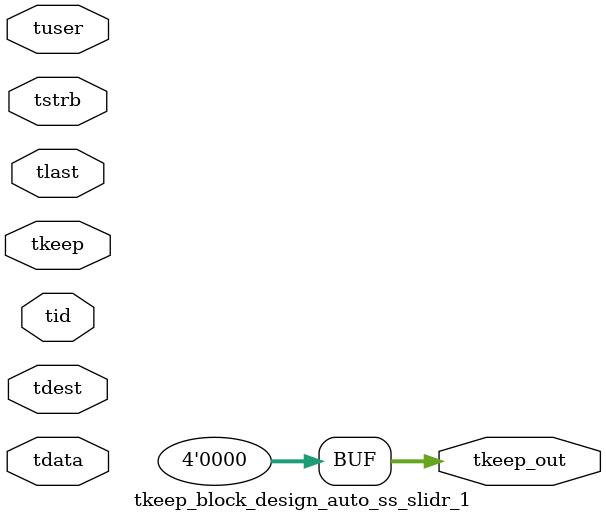
<source format=v>


`timescale 1ps/1ps

module tkeep_block_design_auto_ss_slidr_1 #
(
parameter C_S_AXIS_TDATA_WIDTH = 32,
parameter C_S_AXIS_TUSER_WIDTH = 0,
parameter C_S_AXIS_TID_WIDTH   = 0,
parameter C_S_AXIS_TDEST_WIDTH = 0,
parameter C_M_AXIS_TDATA_WIDTH = 32
)
(
input  [(C_S_AXIS_TDATA_WIDTH == 0 ? 1 : C_S_AXIS_TDATA_WIDTH)-1:0     ] tdata,
input  [(C_S_AXIS_TUSER_WIDTH == 0 ? 1 : C_S_AXIS_TUSER_WIDTH)-1:0     ] tuser,
input  [(C_S_AXIS_TID_WIDTH   == 0 ? 1 : C_S_AXIS_TID_WIDTH)-1:0       ] tid,
input  [(C_S_AXIS_TDEST_WIDTH == 0 ? 1 : C_S_AXIS_TDEST_WIDTH)-1:0     ] tdest,
input  [(C_S_AXIS_TDATA_WIDTH/8)-1:0 ] tkeep,
input  [(C_S_AXIS_TDATA_WIDTH/8)-1:0 ] tstrb,
input                                                                    tlast,
output [(C_M_AXIS_TDATA_WIDTH/8)-1:0 ] tkeep_out
);

assign tkeep_out = {1'b0};

endmodule


</source>
